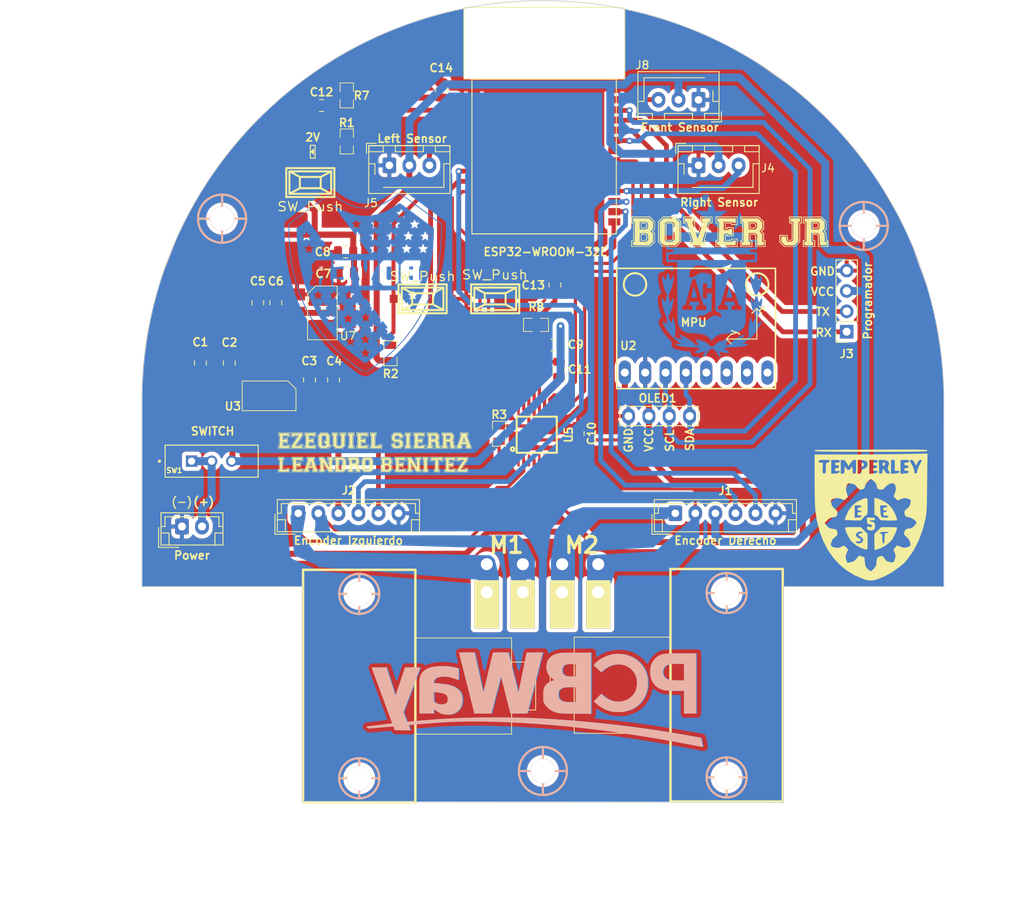
<source format=kicad_pcb>
(kicad_pcb (version 20221018) (generator pcbnew)
  (layers (0 "F.Cu" signal) (31 "B.Cu" signal) (34 "B.Paste" user) (35 "F.Paste" user) (36 "B.SilkS" user "B.Silkscreen") (37 "F.SilkS" user "F.Silkscreen") (38 "B.Mask" user) (39 "F.Mask" user) (44 "Edge.Cuts" user))
  (net 0 "")
  (net 1 "+BATT")
  (net 2 "GND")
  (net 3 "+5V")
  (net 4 "+3.3V")
  (net 5 "/EN")
  (net 6 "/BOOT")
  (net 7 "/OUT_A_MOTOR1")
  (net 8 "/OUT_B_MOTOR1")
  (net 9 "/OUT_M1_DA")
  (net 10 "/OUT_M1_DB")
  (net 11 "/OUT_A_MOTOR2")
  (net 12 "/OUT_B_MOTOR2")
  (net 13 "/OUT_M2_DA")
  (net 14 "/OUT_M2_DB")
  (net 15 "VCC")
  (net 16 "Net-(LED_ESP32-A)")
  (net 17 "/IR_IZQ")
  (net 18 "/IR_DER")
  (net 19 "/START")
  (net 20 "Net-(U5-nSLEEP)")
  (net 21 "/M2_IN1")
  (net 22 "/M2_IN2")
  (net 23 "/M1_IN2")
  (net 24 "/IR_FRONTAL")
  (net 25 "/TX")
  (net 26 "/RX")
  (net 27 "/M1_IN1")
  (net 31 "/SCL")
  (net 32 "/SDA")
  (net 35 "/INT_MPU6050")
  (net 36 "/NFAULT")
  (net 37 "Net-(U5-VCP)")
  (footprint "EESTN5:R_0805" (layer "F.Cu") (at 149.175 70.25 180)
    (fp_text reference "R8")
    (fp_text value "1OK" hide)
  )
  (footprint "EESTN5:R_0805" (layer "F.Cu") (at 131 73.75 -90)
    (fp_text reference "R2")
    (fp_text value "10K" hide)
  )
  (footprint "Capacitor_SMD:C_0805_2012Metric" (layer "F.Cu") (at 137.35 40.95 90)
    (fp_text reference "C14")
    (fp_text value "100nF")
  )
  (footprint "Capacitor_SMD:C_0805_2012Metric" (layer "F.Cu") (at 125.5 63.75 180)
    (fp_text reference "C7")
    (fp_text value "100nF")
  )
  (footprint "Connector_JST:JST_EH_B6B-EH-A_1x06_P2.50mm_Vertical" (layer "F.Cu") (at 166.5 93.75)
    (fp_text reference "J1")
    (fp_text value "Encoder Derecho")
  )
  (footprint "Connector_JST:JST_EH_B2B-EH-A_1x02_P2.50mm_Vertical" (layer "F.Cu") (at 105 95.4)
    (fp_text reference "J10" hide)
    (fp_text value "7.4v" hide)
  )
  (footprint "EESTN5:logo_pcbway" (layer "F.Cu") (at 148.084745 117.078983)
    (fp_text reference "G14" hide)
    (fp_text value "LOGO" hide)
  )
  (footprint "EESTN5:Pololu_Micro_Con_Soporte_Simple" (layer "F.Cu") (at 127.1 115.3 -90)
    (fp_text reference "H2" hide)
    (fp_text value "Soporte_Motor_DER" hide)
  )
  (footprint "EESTN5:EESTN5" (layer "F.Cu") (at 190.9 93.95)
    (fp_text reference "G1" hide)
    (fp_text value "LOGO_EESTN5_2" hide)
  )
  (footprint "EESTN5:Leandro" (layer "F.Cu") (at 129.1 87.75)
    (fp_text reference "G10" hide)
    (fp_text value "LOGO" hide)
  )
  (footprint "EESTN5:hole_3mm" (layer "F.Cu") (at 110 57)
    (fp_text reference "H5" hide)
    (fp_text value "Mounting_Hole" hide)
  )
  (footprint "EESTN5:Led_0805" (layer "F.Cu") (at 121.3 48.65 180)
    (fp_text reference "LED_ESP32" hide)
    (fp_text value "2V")
  )
  (footprint "Capacitor_SMD:C_0805_2012Metric" (layer "F.Cu") (at 120.9 77.1 -90)
    (fp_text reference "C3")
    (fp_text value "100nF")
  )
  (footprint "EESTN5:Cable_Doble_1,5mm" (layer "F.Cu") (at 147.5 103.6)
    (fp_text reference "J11" hide)
    (fp_text value "Cable_PAD" hide)
  )
  (footprint "Connector_PinSocket_2.54mm:PinSocket_1x04_P2.54mm_Vertical" (layer "F.Cu") (at 187.875 71.1 180)
    (fp_text reference "J3")
    (fp_text value "Programador")
  )
  (footprint "Capacitor_SMD:C_0805_2012Metric" (layer "F.Cu") (at 116.7 67.5 90)
    (fp_text reference "C6")
    (fp_text value "100nF")
  )
  (footprint "EESTN5:Pulsador_SMD_2_BAJO" (layer "F.Cu") (at 135 67 180)
    (fp_text reference "SW_START1" hide)
    (fp_text value "SW_Push")
  )
  (footprint "EESTN5:Pulsador_SMD_2_BAJO" (layer "F.Cu") (at 144.05 67)
    (fp_text reference "SW_BOOT1" hide)
    (fp_text value "SW_Push")
  )
  (footprint "EESTN5:Cable_Doble_1,5mm" (layer "F.Cu") (at 156.9 103.6)
    (fp_text reference "J7" hide)
    (fp_text value "Cable_PAD" hide)
  )
  (footprint "Capacitor_SMD:C_0805_2012Metric" (layer "F.Cu") (at 125.4 61.15 180)
    (fp_text reference "C8")
    (fp_text value "10uF")
  )
  (footprint "Connector_JST:JST_XH_B3B-XH-AM_1x03_P2.50mm_Vertical" (layer "F.Cu") (at 169.4 42.175 180)
    (fp_text reference "J8")
    (fp_text value "Distancia_Frontal" hide)
  )
  (footprint "Connector_JST:JST_XH_B3B-XH-AM_1x03_P2.50mm_Vertical" (layer "F.Cu") (at 169.4 50.35)
    (fp_text reference "J4")
    (fp_text value "Distancia_Der" hide)
  )
  (footprint "EESTN5:128x64OLED" (layer "F.Cu") (at 164.29 92.225)
    (fp_text reference "OLED1")
    (fp_text value "SSD1306-SSD1306-128x64_OLED" hide)
  )
  (footprint "Package_TO_SOT_SMD:SOT-223-3_TabPin2" (layer "F.Cu") (at 122.5 68.75)
    (fp_text reference "U7")
    (fp_text value "AMS1117-3.3")
  )
  (footprint "EESTN5:AFA_BCU_filks" (layer "F.Cu") (at 171 64.5)
    (fp_text reference "G3" hide)
    (fp_text value "LOGO" hide)
  )
  (footprint "Connector_JST:JST_XH_B3B-XH-AM_1x03_P2.50mm_Vertical" (layer "F.Cu") (at 130.85 50.35)
    (fp_text reference "J5")
    (fp_text value "Distancia_Izq" hide)
  )
  (footprint "Capacitor_SMD:C_0805_2012Metric" (layer "F.Cu") (at 151.5 65.275 -90)
    (fp_text reference "C13")
    (fp_text value "1nf")
  )
  (footprint "EESTN5:Cable_Doble_1,5mm" (layer "F.Cu") (at 152.4 103.6)
    (fp_text reference "J6" hide)
    (fp_text value "Cable_PAD" hide)
  )
  (footprint "Capacitor_SMD:C_0805_2012Metric" (layer "F.Cu") (at 151.25 72.75)
    (fp_text reference "C9")
    (fp_text value "10uF")
  )
  (footprint "EESTN5:HTSSOP-16" (layer "F.Cu") (at 149.23 83.953)
    (fp_text reference "U5")
    (fp_text value "DRV8833" hide)
  )
  (footprint "EESTN5:Pololu_Micro_Con_Soporte_Simple" (layer "F.Cu") (at 172.9 115.2 90)
    (fp_text reference "H1" hide)
    (fp_text value "Soporte_Motor_IZQ" hide)
  )
  (footprint "Capacitor_SMD:C_0805_2012Metric" (layer "F.Cu") (at 154.4 83.8 -90)
    (fp_text reference "C10")
    (fp_text value "2,2uF")
  )
  (footprint "EESTN5:R_0805" (layer "F.Cu") (at 125.55 41.65 90)
    (fp_text reference "R7")
    (fp_text value "10K" hide)
  )
  (footprint "EESTN5:SW_MINI-SPDT-SW" (layer "F.Cu") (at 108.7 87.25)
    (fp_text reference "SW1")
    (fp_text value "SW_SPDT" hide)
  )
  (footprint "Capacitor_SMD:C_0805_2012Metric" (layer "F.Cu") (at 152 75.8 -90)
    (fp_text reference "C11")
    (fp_text value "10nF")
  )
  (footprint "EESTN5:Pulsador_SMD_2_BAJO" (layer "F.Cu") (at 121 52.5)
    (fp_text reference "SW_EN1" hide)
    (fp_text value "SW_Push")
  )
  (footprint "Footprints:MPU-6050" (layer "F.Cu") (at 160.21 76.2 90)
    (fp_text reference "U2")
    (fp_text value "MPU")
  )
  (footprint "EESTN5:BOVER_NAME" (layer "F.Cu") (at 173.376154 59.094049)
    (fp_text reference "G6" hide)
    (fp_text value "LOGO" hide)
  )
  (footprint "EESTN5:R_0805" (layer "F.Cu") (at 144.54 83.81 -90)
    (fp_text reference "R3")
    (fp_text value "47K" hide)
  )
  (footprint "EESTN5:Bover_Huella_BCU_SOLK" (layer "F.Cu") (at 128 64.5)
    (fp_text reference "G2" hide)
    (fp_text value "LOGO" hide)
  )
  (footprint "Package_TO_SOT_SMD:SOT-223-3_TabPin2" (layer "F.Cu") (at 115.862 79.097 -90)
    (fp_text reference "U3")
    (fp_text value "AMS1117-5.0")
  )
  (footprint "EESTN5:R_0805" (layer "F.Cu") (at 125.55 47.4 90)
    (fp_text reference "R1")
    (fp_text value "470" hide)
  )
  (footprint "EESTN5:ezequiel" (layer "F.Cu") (at 129.13798 84.757402)
    (fp_text reference "G11" hide)
    (fp_text value "LOGO" hide)
  )
  (footprint "Capacitor_SMD:C_0805_2012Metric" (layer "F.Cu") (at 107.3 75 90)
    (fp_text reference "C1")
    (fp_text value "10uF")
  )
  (footprint "Capacitor_SMD:C_0805_2012Metric" (layer "F.Cu") (at 114.45 67.5 90)
    (fp_text reference "C5")
    (fp_text value "10uF")
  )
  (footprint "EESTN5:ESP32-WROOM-32E" (layer "F.Cu") (at 150.15 49.145)
    (fp_text reference "U1" hide)
    (fp_text value "ESP32-WROOM-32E")
  )
  (footprint "Capacitor_SMD:C_0805_2012Metric" (layer "F.Cu") (at 123.9 77.1 90)
    (fp_text reference "C4")
    (fp_text value "10uF")
  )
  (footprint "EESTN5:hole_3mm" (layer "F.Cu") (at 150 125.9)
    (fp_text reference "H3" hide)
    (fp_text value "Mounting_Hole" hide)
  )
  (footprint "Capacitor_SMD:C_0805_2012Metric" (layer "F.Cu") (at 110.9 75 90)
    (fp_text reference "C2")
    (fp_text value "100nF")
  )
  (footprint "Connector_JST:JST_EH_B6B-EH-A_1x06_P2.50mm_Vertical" (layer "F.Cu") (at 119.5 93.75)
    (fp_text reference "J2")
    (fp_text value "Encoder Izquierdo")
  )
  (footprint "Capacitor_SMD:C_0805_2012Metric" (layer "F.Cu") (at 122.4 42.9)
    (fp_text reference "C12")
    (fp_text value "1nf")
  )
  (footprint "EESTN5:hole_3mm" (layer "F.Cu") (at 190 57.9)
    (fp_text reference "H4" hide)
    (fp_text value "Mounting_Hole" hide)
  )
  (footprint "EESTN5:Cable_Doble_1,5mm" (layer "B.Cu") (at 143 103.6 180)
    (fp_text reference "J9" hide)
    (fp_text value "Cable_PAD" hide)
  )
  (gr_arc (start 100 79.8) (mid 150 29.8) (end 200 79.8) (stroke (width 0.1)) (layer "Edge.Cuts"))
  (gr_line (start 120 129.75) (end 120 102.9) (stroke (width 0.1)) (layer "Edge.Cuts"))
  (gr_line (start 180 102.9) (end 200 102.9) (stroke (width 0.1)) (layer "Edge.Cuts"))
  (gr_line (start 180 129.8) (end 180 102.9) (stroke (width 0.1)) (layer "Edge.Cuts"))
  (gr_line (start 120 102.9) (end 100 102.9) (stroke (width 0.1)) (layer "Edge.Cuts"))
  (gr_line (start 100 102.9) (end 100 79.8) (stroke (width 0.1)) (layer "Edge.Cuts"))
  (gr_line (start 200 102.9) (end 200 79.8) (stroke (width 0.1)) (layer "Edge.Cuts"))
  (gr_line (start 120 129.75) (end 180 129.8) (stroke (width 0.1)) (layer "Edge.Cuts"))
  (gr_text "(-)" (at 103.6 92.9) (layer "F.SilkS") (effects (font (size 1 1)) (justify left bottom)))
  (gr_text "SDA" (at 168.9 86.1 90) (layer "F.SilkS") (effects (font (size 1 1) (thickness 0.2) bold) (justify left bottom)))
  (gr_text "Front Sensor\n" (at 162.1 46.2) (layer "F.SilkS") (effects (font (size 1 1) (thickness 0.2) bold) (justify left bottom)))
  (gr_text "TX" (at 183.9 69.2) (layer "F.SilkS") (effects (font (size 1 1) (thickness 0.2) bold) (justify left bottom)))
  (gr_text "(+)" (at 106.3 92.9) (layer "F.SilkS") (effects (font (size 1 1) (thickness 0.2) bold) (justify left bottom)))
  (gr_text "Right Sensor" (at 167 55.55) (layer "F.SilkS") (effects (font (size 1 1) (thickness 0.2) bold) (justify left bottom)))
  (gr_text "RX" (at 183.9 71.8) (layer "F.SilkS") (effects (font (size 1 1) (thickness 0.2) bold) (justify left bottom)))
  (gr_text "VCC" (at 163.8 86.2 90) (layer "F.SilkS") (effects (font (size 1 1) (thickness 0.2) bold) (justify left bottom)))
  (gr_text "M1" (at 143.1 98.9) (layer "F.SilkS") (effects (font (size 2 2) (thickness 0.4) bold) (justify left bottom)))
  (gr_text "Left Sensor \n" (at 129.25 47.6) (layer "F.SilkS") (effects (font (size 1 1) (thickness 0.2) bold) (justify left bottom)))
  (gr_text "SCL" (at 166.4 86.2 90) (layer "F.SilkS") (effects (font (size 1 1) (thickness 0.2) bold) (justify left bottom)))
  (gr_text "GND" (at 161.26 86.3 90) (layer "F.SilkS") (effects (font (size 1 1) (thickness 0.2) bold) (justify left bottom)))
  (gr_text "VCC" (at 183.3 66.7) (layer "F.SilkS") (effects (font (size 1 1) (thickness 0.2) bold) (justify left bottom)))
  (gr_text "SWITCH" (at 106 84.1) (layer "F.SilkS") (effects (font (size 1 1) (thickness 0.2) bold) (justify left bottom)))
  (gr_text "M2" (at 152.5 98.9) (layer "F.SilkS") (effects (font (size 2 2) (thickness 0.4) bold) (justify left bottom)))
  (gr_text "GND" (at 183.2 64.16) (layer "F.SilkS") (effects (font (size 1 1) (thickness 0.2) bold) (justify left bottom)))
  (segment (start 107.5 93.1) (end 108.7 91.9) (width 1) (layer "B.Cu") (net 1))
  (segment (start 108.7 91.9) (end 108.7 87.25) (width 1) (layer "B.Cu") (net 1))
  (segment (start 107.5 95.4) (end 107.5 93.1) (width 1) (layer "B.Cu") (net 1))
  (segment (start 108.7 87.25) (end 106.16 87.25) (width 1) (layer "B.Cu") (net 1))
  (segment (start 139.82 40.92) (end 138.9 40) (width 0.4) (layer "F.Cu") (net 2))
  (segment (start 148.905 75.345) (end 150.29 73.96) (width 0.4) (layer "F.Cu") (net 2))
  (segment (start 158.4 81.6) (end 160.68 81.6) (width 0.4) (layer "F.Cu") (net 2))
  (segment (start 149.95 72.8) (end 149.95 72.25) (width 0.4) (layer "F.Cu") (net 2))
  (segment (start 138.9 40) (end 137.35 40) (width 0.4) (layer "F.Cu") (net 2))
  (segment (start 148.905 80.753) (end 148.905 75.345) (width 0.4) (layer "F.Cu") (net 2))
  (segment (start 150.29 72.76) (end 150.3 72.75) (width 0.4) (layer "F.Cu") (net 2))
  (segment (start 141.4 40.92) (end 139.82 40.92) (width 0.4) (layer "F.Cu") (net 2))
  (segment (start 148.905 80.753) (end 148.905 82.355) (width 0.4) (layer "F.Cu") (net 2))
  (segment (start 150.29 73.96) (end 150.29 72.76) (width 0.4) (layer "F.Cu") (net 2))
  (segment (start 148.905 82.355) (end 149.35 82.8) (width 0.4) (layer "F.Cu") (net 2))
  (segment (start 149.35 82.8) (end 157.2 82.8) (width 0.4) (layer "F.Cu") (net 2))
  (segment (start 157.2 82.8) (end 158.4 81.6) (width 0.4) (layer "F.Cu") (net 2))
  (segment (start 129.5525 74.7025) (end 129.275 74.425) (width 0.75) (layer "F.Cu") (net 3))
  (segment (start 123.6 80.9) (end 120.8 80.9) (width 0.75) (layer "F.Cu") (net 3))
  (segment (start 123.95 78) (end 129.5 78) (width 0.75) (layer "F.Cu") (net 3))
  (segment (start 115.862 82.247) (end 119.453 82.247) (width 0.75) (layer "F.Cu") (net 3))
  (segment (start 129.275 74.425) (end 129.275 57.125) (width 0.75) (layer "F.Cu") (net 3))
  (segment (start 119.453 82.247) (end 120.6 81.1) (width 0.75) (layer "F.Cu") (net 3))
  (segment (start 123.9 78.05) (end 123.95 78) (width 0.75) (layer "F.Cu") (net 3))
  (segment (start 131 76.5) (end 131 74.7025) (width 0.75) (layer "F.Cu") (net 3))
  (segment (start 129.5 78) (end 131 76.5) (width 0.75) (layer "F.Cu") (net 3))
  (segment (start 120.86 78.09) (end 120.9 78.05) (width 0.75) (layer "F.Cu") (net 3))
  (segment (start 124.5 93.75) (end 124.5 81.8) (width 0.75) (layer "F.Cu") (net 3))
  (segment (start 120.6 81.1) (end 120.86 80.84) (width 0.75) (layer "F.Cu") (net 3))
  (segment (start 131 74.7025) (end 129.5525 74.7025) (width 0.75) (layer "F.Cu") (net 3))
  (segment (start 115.862 75.947) (end 115.862 82.247) (width 0.75) (layer "F.Cu") (net 3))
  (segment (start 133.35 53.05) (end 133.35 50.35) (width 0.75) (layer "F.Cu") (net 3))
  (segment (start 120.8 80.9) (end 120.6 81.1) (width 0.75) (layer "F.Cu") (net 3))
  (segment (start 129.275 57.125) (end 133.35 53.05) (width 0.75) (layer "F.Cu") (net 3))
  (segment (start 124.5 81.8) (end 123.6 80.9) (width 0.75) (layer "F.Cu") (net 3))
  (segment (start 120.9 78.05) (end 123.9 78.05) (width 0.75) (layer "F.Cu") (net 3))
  (segment (start 120.86 80.84) (end 120.86 78.09) (width 0.75) (layer "F.Cu") (net 3))
  (segment (start 133.35 44.75) (end 137.823946 40.276054) (width 1) (layer "B.Cu") (net 3))
  (segment (start 158.5 40.276054) (end 158.4 40.376054) (width 1) (layer "B.Cu") (net 3))
  (segment (start 190.22 66.02) (end 190.22 88.78) (width 1) (layer "B.Cu") (net 3))
  (segment (start 133.35 50.35) (end 133.35 44.75) (width 1) (layer "B.Cu") (net 3))
  (segment (start 159.8 48.9) (end 166.1 48.9) (width 1) (layer "B.Cu") (net 3))
  (segment (start 185.2 60.4) (end 185.2 50.1) (width 1) (layer "B.Cu") (net 3))
  (segment (start 158.4 47.5) (end 159.8 48.9) (width 1) (layer "B.Cu") (net 3))
  (segment (start 174.5 39.4) (end 166.8 39.4) (width 1) (layer "B.Cu") (net 3))
  (segment (start 166.8 39.4) (end 161.052108 39.4) (width 1) (layer "B.Cu") (net 3))
  (segment (start 187.875 66.02) (end 190.22 66.02) (width 1) (layer "B.Cu") (net 3))
  (segment (start 190.22 88.78) (end 181.7 97.3) (width 1) (layer "B.Cu") (net 3))
  (segment (start 171.9 48.4) (end 171.9 50.35) (width 1) (layer "B.Cu") (net 3))
  (segment (start 189.2 60.9) (end 185.7 60.9) (width 1) (layer "B.Cu") (net 3))
  (segment (start 185.7 60.9) (end 185.2 60.4) (width 1) (layer "B.Cu") (net 3))
  (segment (start 137.823946 40.276054) (end 160.176054 40.276054) (width 1) (layer "B.Cu") (net 3))
  (segment (start 171.5 48) (end 171.9 48.4) (width 1) (layer "B.Cu") (net 3))
  (segment (start 185.2 50.1) (end 174.5 39.4) (width 1) (layer "B.Cu") (net 3))
  (segment (start 171.5 96.5) (end 171.5 93.75) (width 1) (layer "B.Cu") (net 3))
  (segment (start 160.176054 40.276054) (end 158.5 40.276054) (width 1) (layer "B.Cu") (net 3))
  (segment (start 190.22 66.02) (end 190.22 61.92) (width 1) (layer "B.Cu") (net 3))
  (segment (start 158.4 40.376054) (end 158.4 47.5) (width 1) (layer "B.Cu") (net 3))
  (segment (start 166.8 39.4) (end 166.9 39.5) (width 1) (layer "B.Cu") (net 3))
  (segment (start 172.3 97.3) (end 171.5 96.5) (width 1) (layer "B.Cu") (net 3))
  (segment (start 166.1 48.9) (end 167 48) (width 1) (layer "B.Cu") (net 3))
  (segment (start 181.7 97.3) (end 172.3 97.3) (width 1) (layer "B.Cu") (net 3))
  (segment (start 190.22 61.92) (end 189.2 60.9) (width 1) (layer "B.Cu") (net 3))
  (segment (start 167 48) (end 171.5 48) (width 1) (layer "B.Cu") (net 3))
  (segment (start 161.052108 39.4) (end 160.176054 40.276054) (width 1) (layer "B.Cu") (net 3))
  (segment (start 166.9 39.5) (end 166.9 42.175) (width 1) (layer "B.Cu") (net 3))
  (segment (start 127.2475 40.6975) (end 128.45 41.9) (width 0.75) (layer "F.Cu") (net 4))
  (segment (start 103.6 98.8) (end 140.4 98.8) (width 0.75) (layer "F.Cu") (net 4))
  (segment (start 126.45 63.75) (end 126.45 61.25) (width 0.75) (layer "F.Cu") (net 4))
  (segment (start 148.255 83.255) (end 149.6 84.6) (width 0.4) (layer "F.Cu") (net 4))
  (segment (start 148.2125 82.8575) (end 148.255 82.9) (width 0.4) (layer "F.Cu") (net 4))
  (segment (start 154.8 96.05) (end 156.1 97.35) (width 0.75) (layer "F.Cu") (net 4))
  (segment (start 144.54 82.8575) (end 148.2125 82.8575) (width 0.4) (layer "F.Cu") (net 4))
  (segment (start 126.35 59) (end 121.35 59) (width 0.75) (layer "F.Cu") (net 4))
  (segment (start 148.255 80.753) (end 148.255 83.255) (width 0.4) (layer "F.Cu") (net 4))
  (segment (start 114.2 47.5) (end 121.0025 40.6975) (width 0.75) (layer "F.Cu") (net 4))
  (segment (start 148.255 80.753) (end 148.255 75.505) (width 0.4) (layer "F.Cu") (net 4))
  (segment (start 143.15 96.05) (end 154.8 96.05) (width 0.75) (layer "F.Cu") (net 4))
  (segment (start 156.1 97.35) (end 181.65 97.35) (width 0.75) (layer "F.Cu") (net 4))
  (segment (start 163.22 86.82) (end 163.22 84.97) (width 0.75) (layer "F.Cu") (net 4))
  (segment (start 182.4 90.9) (end 181.2 89.7) (width 0.75) (layer "F.Cu") (net 4))
  (segment (start 162.85 79.95) (end 160.8 79.95) (width 0.75) (layer "F.Cu") (net 4))
  (segment (start 126.5 65.375) (end 126.5 63.8) (width 0.75) (layer "F.Cu") (net 4))
  (segment (start 166.1 89.7) (end 163.22 86.82) (width 0.75) (layer "F.Cu") (net 4))
  (segment (start 121.0025 40.6975) (end 127.2475 40.6975) (width 0.75) (layer "F.Cu") (net 4))
  (segment (start 148.255 82.9) (end 148.255 83.255) (width 0.4) (layer "F.Cu") (net 4))
  (segment (start 160.21 79.36) (end 160.21 76.2) (width 0.75) (layer "F.Cu") (net 4))
  (segment (start 148.25 75.5) (end 148.25 70.2775) (width 0.4) (layer "F.Cu") (net 4))
  (segment (start 181.65 97.35) (end 182.4 96.6) (width 0.75) (layer "F.Cu") (net 4))
  (segment (start 163.22 84.97) (end 163.22 80.32) (width 0.75) (layer "F.Cu") (net 4))
  (segment (start 121.35 59) (end 121.55 58.8) (width 0.75) (layer "F.Cu") (net 4))
  (segment (start 137.35 41.9) (end 139.15 41.9) (width 0.75) (layer "F.Cu") (net 4))
  (segment (start 149.6 84.6) (end 163.22 84.6) (width 0.4) (layer "F.Cu") (net 4))
  (segment (start 126.35 61.15) (end 126.35 59) (width 0.75) (layer "F.Cu") (net 4))
  (segment (start 163.22 84.6) (end 163.22 84.97) (width 0.4) (layer "F.Cu") (net 4))
  (segment (start 160.8 79.95) (end 160.21 79.36) (width 0.75) (layer "F.Cu") (net 4))
  (segment (start 121.55 58.8) (end 121.55 56.05) (width 0.75) (layer "F.Cu") (net 4))
  (segment (start 126.45 61.25) (end 126.35 61.15) (width 0.75) (layer "F.Cu") (net 4))
  (segment (start 163.22 80.32) (end 162.85 79.95) (width 0.75) (layer "F.Cu") (net 4))
  (segment (start 139.44 42.19) (end 141.4 42.19) (width 0.75) (layer "F.Cu") (net 4))
  (segment (start 126.5 63.8) (end 126.45 63.75) (width 0.75) (layer "F.Cu") (net 4))
  (segment (start 102.05 73.2) (end 102.05 97.25) (width 0.75) (layer "F.Cu") (net 4))
  (segment (start 114.2 54.05) (end 114.2 47.5) (width 0.75) (layer "F.Cu") (net 4))
  (segment (start 139.15 41.9) (end 139.44 42.19) (width 0.75) (layer "F.Cu") (net 4))
  (segment (start 120.7 55.2) (end 115.35 55.2) (width 0.75) (layer "F.Cu") (net 4))
  (segment (start 140.4 98.8) (end 143.15 96.05) (width 0.75) (layer "F.Cu") (net 4))
  (segment (start 125.65 66.225) (end 126.5 65.375) (width 0.75) (layer "F.Cu") (net 4))
  (segment (start 121.55 56.05) (end 120.7 55.2) (width 0.75) (layer "F.Cu") (net 4))
  (segment (start 148.25 70.2775) (end 148.2225 70.25) (width 0.4) (layer "F.Cu") (net 4))
  (segment (start 125.65 68.75) (end 119.35 68.75) (width 0.75) (layer "F.Cu") (net 4))
  (segment (start 116.25 59) (end 102.05 73.2) (width 0.75) (layer "F.Cu") (net 4))
  (segment (start 102.05 97.25) (end 103.6 98.8) (width 0.75) (layer "F.Cu") (net 4))
  (segment (start 125.65 68.75) (end 125.65 66.225) (width 0.75) (layer "F.Cu") (net 4))
  (segment (start 181.2 89.7) (end 166.1 89.7) (width 0.75) (layer "F.Cu") (net 4))
  (segment (start 126.35 59) (end 116.25 59) (width 0.75) (layer "F.Cu") (net 4))
  (segment (start 128.45 41.9) (end 137.35 41.9) (width 0.75) (layer "F.Cu") (net 4))
  (segment (start 115.35 55.2) (end 114.2 54.05) (width 0.75) (layer "F.Cu") (net 4))
  (segment (start 182.4 96.6) (end 182.4 90.9) (width 0.75) (layer "F.Cu") (net 4))
  (segment (start 148.255 75.505) (end 148.25 75.5) (width 0.4) (layer "F.Cu") (net 4))
  (segment (start 128.125 43.475) (end 127.2525 42.6025) (width 0.6) (layer "F.Cu") (net 5))
  (segment (start 141.4 43.46) (end 141.385 43.475) (width 0.6) (layer "F.Cu") (net 5))
  (segment (start 124.1475 46.4475) (end 127.4475 46.4475) (width 0.6) (layer "F.Cu") (net 5))
  (segment (start 123.35 42.9) (end 123.35 45.65) (width 0.6) (layer "F.Cu") (net 5))
  (segment (start 141.385 43.475) (end 128.125 43.475) (width 0.6) (layer "F.Cu") (net 5))
  (segment (start 127.6875 51.8125) (end 127 52.5) (width 0.6) (layer "F.Cu") (net 5))
  (segment (start 127 52.5) (end 124.59918 52.5) (width 0.6) (layer "F.Cu") (net 5))
  (segment (start 127.4475 46.4475) (end 127.6875 46.6875) (width 0.6) (layer "F.Cu") (net 5))
  (segment (start 127.2525 42.6025) (end 123.6475 42.6025) (width 0.6) (layer "F.Cu") (net 5))
  (segment (start 123.35 45.65) (end 124.1475 46.4475) (width 0.6) (layer "F.Cu") (net 5))
  (segment (start 127.6875 46.6875) (end 127.6875 51.8125) (width 0.6) (layer "F.Cu") (net 5))
  (segment (start 123.6475 42.6025) (end 123.35 42.9) (width 0.6) (layer "F.Cu") (net 5))
  (segment (start 151.5 66.225) (end 149.775 66.225) (width 0.6) (layer "F.Cu") (net 6))
  (segment (start 150.1 70.2225) (end 150.1 68.675) (width 0.6) (layer "F.Cu") (net 6))
  (segment (start 158.85 60.5) (end 157.95 61.4) (width 0.6) (layer "F.Cu") (net 6))
  (segment (start 150.1275 70.25) (end 150.1 70.2225) (width 0.6) (layer "F.Cu") (net 6))
  (segment (start 149 67) (end 147.64918 67) (width 0.6) (layer "F.Cu") (net 6))
  (segment (start 158.9 57.43) (end 158.85 57.48) (width 0.6) (layer "F.Cu") (net 6))
  (segment (start 152.555 66.225) (end 151.5 66.225) (width 0.6) (layer "F.Cu") (net 6))
  (segment (start 149.775 66.225) (end 149 67) (width 0.6) (layer "F.Cu") (net 6))
  (segment (start 158.85 57.48) (end 158.85 60.5) (width 0.6) (layer "F.Cu") (net 6))
  (segment (start 153.11 65.67) (end 152.555 66.225) (width 0.6) (layer "F.Cu") (net 6))
  (segment (start 157.95 61.4) (end 153.71 61.4) (width 0.6) (layer "F.Cu") (net 6))
  (segment (start 150.1 68.675) (end 151.5 67.275) (width 0.6) (layer "F.Cu") (net 6))
  (segment (start 153.11 62) (end 153.11 65.67) (width 0.6) (layer "F.Cu") (net 6))
  (segment (start 153.71 61.4) (end 153.11 62) (width 0.6) (layer "F.Cu") (net 6))
  (segment (start 151.5 67.275) (end 151.5 66.225) (width 0.6) (layer "F.Cu") (net 6))
  (segment (start 149.555 90.155) (end 153.15 93.75) (width 0.4) (layer "F.Cu") (net 7))
  (segment (start 153.15 93.75) (end 166.5 93.75) (width 0.4) (layer "F.Cu") (net 7))
  (segment (start 149.555 87.153) (end 149.555 90.155) (width 0.4) (layer "F.Cu") (net 7))
  (segment (start 152.4 103.6) (end 152.2 103.8) (width 0.75) (layer "B.Cu") (net 7))
  (segment (start 152.41 96.99) (end 152.41 103.59) (width 0.75) (layer "B.Cu") (net 7))
  (segment (start 166.5 93.75) (end 166.45 93.8) (width 0.75) (layer "B.Cu") (net 7))
  (segment (start 166.45 93.8) (end 155.6 93.8) (width 0.75) (layer "B.Cu") (net 7))
  (segment (start 155.6 93.8) (end 152.41 96.99) (width 0.75) (layer "B.Cu") (net 7))
  (segment (start 152.41 103.59) (end 152.4 103.6) (width 0.75) (layer "B.Cu") (net 7))
  (segment (start 168.4 91.6) (end 152.5 91.6) (width 0.4) (layer "F.Cu") (net 8))
  (segment (start 150.855 89.955) (end 150.855 87.153) (width 0.4) (layer "F.Cu") (net 8))
  (segment (start 152.5 91.6) (end 150.855 89.955) (width 0.4) (layer "F.Cu") (net 8))
  (segment (start 169 92.2) (end 168.4 91.6) (width 0.4) (layer "F.Cu") (net 8))
  (segment (start 169 93.75) (end 169 92.2) (width 0.4) (layer "F.Cu") (net 8))
  (segment (start 156.9 100.6) (end 157.1 100.4) (width 0.75) (layer "B.Cu") (net 8))
  (segment (start 169 97.7) (end 169 93.75) (width 0.75) (layer "B.Cu") (net 8))
  (segment (start 156.9 103.5) (end 156.9 100.6) (width 0.75) (layer "B.Cu") (net 8))
  (segment (start 166.3 100.4) (end 169 97.7) (width 0.75) (layer "B.Cu") (net 8))
  (segment (start 157.1 100.4) (end 166.3 100.4) (width 0.75) (layer "B.Cu") (net 8))
  (segment (start 157.1 103.7) (end 156.9 103.5) (width 0.75) (layer "B.Cu") (net 8))
  (segment (start 160.39 54.89) (end 158.9 54.89) (width 0.6) (layer "F.Cu") (net 9))
  (segment (start 160.4 54.9) (end 160.39 54.89) (width 0.6) (layer "F.Cu") (net 9))
  (via (at 160.4 54.9) (size 0.8) (drill 0.4) (layers "F.Cu" "B.Cu") (net 9))
  (segment (start 160.25 90.25) (end 172.5 90.25) (width 0.6) (layer "B.Cu") (net 9))
  (segment (start 172.5 90.25) (end 174 91.75) (width 0.6) (layer "B.Cu") (net 9))
  (segment (start 157.2 56.1) (end 157.2 87.2) (width 0.6) (layer "B.Cu") (net 9))
  (segment (start 174 91.75) (end 174 93.75) (width 0.6) (layer "B.Cu") (net 9))
  (segment (start 158.4 54.9) (end 157.2 56.1) (width 0.6) (layer "B.Cu") (net 9))
  (segment (start 157.2 87.2) (end 160.25 90.25) (width 0.6) (layer "B.Cu") (net 9))
  (segment (start 160.4 54.9) (end 158.4 54.9) (width 0.6) (layer "B.Cu") (net 9))
  (segment (start 160.3 56.125) (end 158.935 56.125) (width 0.6) (layer "F.Cu") (net 10))
  (segment (start 158.935 56.125) (end 158.9 56.16) (width 0.6) (layer "F.Cu") (net 10))
  (via (at 160.3 56.125) (size 0.8) (drill 0.4) (layers "F.Cu" "B.Cu") (net 10))
  (segment (start 176.5 91.5) (end 176.5 93.75) (width 0.6) (layer "B.Cu") (net 10))
  (segment (start 158.5 59.6) (end 158.5 86) (width 0.6) (layer "B.Cu") (net 10))
  (segment (start 160.3 56.125) (end 160.3 57.8) (width 0.6) (layer "B.Cu") (net 10))
  (segment (start 173.75 88.75) (end 176.5 91.5) (width 0.6) (layer "B.Cu") (net 10))
  (segment (start 158.5 86) (end 161.25 88.75) (width 0.6) (layer "B.Cu") (net 10))
  (segment (start 160.3 57.8) (end 158.5 59.6) (width 0.6) (layer "B.Cu") (net 10))
  (segment (start 161.25 88.75) (end 173.75 88.75) (width 0.6) (layer "B.Cu") (net 10))
  (segment (start 119.5 93.75) (end 119.5 96.1) (width 0.4) (layer "F.Cu") (net 11))
  (segment (start 120.625 97.225) (end 140.55 97.225) (width 0.4) (layer "F.Cu") (net 11))
  (segment (start 119.5 96.1) (end 120.625 97.225) (width 0.4) (layer "F.Cu") (net 11))
  (segment (start 148.905 88.87) (end 148.905 87.153) (width 0.4) (layer "F.Cu") (net 11))
  (segment (start 140.55 97.225) (end 148.905 88.87) (width 0.4) (layer "F.Cu") (net 11))
  (segment (start 143 103.6) (end 143 100.1) (width 0.75) (layer "B.Cu") (net 11))
  (segment (start 122.2 100.1) (end 119.5 97.4) (width 0.75) (layer "B.Cu") (net 11))
  (segment (start 143 100.1) (end 122.2 100.1) (width 0.75) (layer "B.Cu") (net 11))
  (segment (start 119.5 97.4) (end 119.5 93.75) (width 0.75) (layer "B.Cu") (net 11))
  (segment (start 144.325 90.525) (end 139.05 95.8) (width 0.4) (layer "F.Cu") (net 12))
  (segment (start 147.605 87.153) (end 147.605 88.52) (width 0.4) (layer "F.Cu") (net 12))
  (segment (start 147.605 88.52) (end 145.6 90.525) (width 0.4) (layer "F.Cu") (net 12))
  (segment (start 139.05 95.8) (end 124.05 95.8) (width 0.4) (layer "F.Cu") (net 12))
  (segment (start 124.05 95.8) (end 122 93.75) (width 0.4) (layer "F.Cu") (net 12))
  (segment (start 145.6 90.525) (end 144.325 90.525) (width 0.4) (layer "F.Cu") (net 12))
  (segment (start 147.5 98.7) (end 147.5 98.2) (width 0.75) (layer "B.Cu") (net 12))
  (segment (start 147.5 100.7) (end 147.5 98.7) (width 0.75) (layer "B.Cu") (net 12))
  (segment (start 146.6 97.3) (end 123.2 97.3) (width 0.75) (layer "B.Cu") (net 12))
  (segment (start 122 96.1) (end 122 93.75) (width 0.75) (layer "B.Cu") (net 12))
  (segment (start 122 93.75) (end 122 95.8) (width 0.4) (layer "B.Cu") (net 12))
  (segment (start 147.5 98.7) (end 147.5 103.6) (width 0.75) (layer "B.Cu") (net 12))
  (segment (start 147.5 98.2) (end 146.6 97.3) (width 0.75) (layer "B.Cu") (net 12))
  (segment (start 123.2 97.3) (end 122 96.1) (width 0.75) (layer "B.Cu") (net 12))
  (segment (start 122 95.8) (end 122.5 96.3) (width 0.4) (layer "B.Cu") (net 12))
  (segment (start 147.5 103.7) (end 147.5 100.7) (width 0.75) (layer "B.Cu") (net 12))
  (segment (start 139.5 51.1) (end 139.525 51.075) (width 0.6) (layer "F.Cu") (net 13))
  (segment (start 139.525 51.075) (end 141.395 51.075) (width 0.6) (layer "F.Cu") (net 13))
  (segment (start 141.395 51.075) (end 141.4 51.08) (width 0.6) (layer "F.Cu") (net 13))
  (via (at 139.5 51.1) (size 0.8) (drill 0.4) (layers "F.Cu" "B.Cu") (net 13))
  (segment (start 154.8 80.7) (end 154.8 68.8) (width 0.6) (layer "B.Cu") (net 13))
  (segment (start 153.8 67.8) (end 141.2 67.8) (width 0.6) (layer "B.Cu") (net 13))
  (segment (start 127.8 89.8) (end 145.7 89.8) (width 0.6) (layer "B.Cu") (net 13))
  (segment (start 154.8 68.8) (end 153.8 67.8) (width 0.6) (layer "B.Cu") (net 13))
  (segment (start 139.5 66.1) (end 139.5 51.1) (width 0.6) (layer "B.Cu") (net 13))
  (segment (start 145.7 89.8) (end 154.8 80.7) (width 0.6) (layer "B.Cu") (net 13))
  (segment (start 141.2 67.8) (end 139.5 66.1) (width 0.6) (layer "B.Cu") (net 13))
  (segment (start 127 90.6) (end 127.8 89.8) (width 0.6) (layer "B.Cu") (net 13))
  (segment (start 127 93.75) (end 127 90.6) (width 0.6) (layer "B.Cu") (net 13))
  (segment (start 129.5 82.5) (end 136 76) (width 0.6) (layer "F.Cu") (net 14))
  (segment (start 136 55.8) (end 139.45 52.35) (width 0.6) (layer "F.Cu") (net 14))
  (segment (start 129.5 93.75) (end 129.5 82.5) (width 0.6) (layer "F.Cu") (net 14))
  (segment (start 136 76) (end 136 55.8) (width 0.6) (layer "F.Cu") (net 14))
  (segment (start 139.45 52.35) (end 141.4 52.35) (width 0.6) (layer "F.Cu") (net 14))
  (segment (start 113.562 75.947) (end 110.903 75.947) (width 0.75) (layer "F.Cu") (net 15))
  (segment (start 152 74.85) (end 152 72.95) (width 0.4) (layer "F.Cu") (net 15))
  (segment (start 113.562 71.388) (end 113.9 71.05) (width 0.75) (layer "F.Cu") (net 15))
  (segment (start 111.3 87.19) (end 111.24 87.25) (width 0.75) (layer "F.Cu") (net 15))
  (segment (start 150.9 74.85) (end 152 74.85) (width 0.4) (layer "F.Cu") (net 15))
  (segment (start 152.2 70.4) (end 152.2 72.75) (width 0.75) (layer "F.Cu") (net 15))
  (segment (start 152 72.95) (end 152.2 72.75) (width 0.4) (layer "F.Cu") (net 15))
  (segment (start 107.3 75.95) (end 107.3 80.7) (width 0.75) (layer "F.Cu") (net 15))
  (segment (start 114.5 71.05) (end 119.35 71.05) (width 0.75) (layer "F.Cu") (net 15))
  (segment (start 149.95 77.4) (end 149.95 75.8) (width 0.4) (layer "F.Cu") (net 15))
  (segment (start 113.562 71.388) (end 113.562 75.947) (width 0.75) (layer "F.Cu") (net 15))
  (segment (start 149.95 75.8) (end 150.9 74.85) (width 0.4) (layer "F.Cu") (net 15))
  (segment (start 111.3 84.7) (end 111.3 87.19) (width 0.75) (layer "F.Cu") (net 15))
  (segment (start 152 74.85) (end 151.75 74.85) (width 0.4) (layer "F.Cu") (net 15))
  (segment (start 149.555 77.795) (end 149.95 77.4) (width 0.4) (layer "F.Cu") (net 15))
  (segment (start 114.45 68.45) (end 116.7 68.45) (width 0.75) (layer "F.Cu") (net 15))
  (segment (start 113.9 71.05) (end 114.5 71.05) (width 0.75) (layer "F.Cu") (net 15))
  (segment (start 114.5 71.05) (end 114.5 68.5) (width 0.75) (layer "F.Cu") (net 15))
  (segment (start 107.3 80.7) (end 111.3 84.7) (width 0.75) (layer "F.Cu") (net 15))
  (segment (start 149.555 80.753) (end 149.555 77.795) (width 0.4) (layer "F.Cu") (net 15))
  (segment (start 114.5 68.5) (end 114.45 68.45) (width 0.75) (layer "F.Cu") (net 15))
  (segment (start 110.9 75.95) (end 107.3 75.95) (width 0.75) (layer "F.Cu") (net 15))
  (segment (start 110.903 75.947) (end 110.9 75.95) (width 0.75) (layer "F.Cu") (net 15))
  (via (at 152.2 70.4) (size 0.8) (drill 0.4) (layers "F.Cu" "B.Cu") (net 15))
  (segment (start 152.2 70.4) (end 152.2 76.95) (width 1) (layer "B.Cu") (net 15))
  (segment (start 152.2 76.95) (end 150.1 79.05) (width 1) (layer "B.Cu") (net 15))
  (segment (start 150.1 79.05) (end 150.1 79.1) (width 1) (layer "B.Cu") (net 15))
  (segment (start 150.1 79.1) (end 141.95 87.25) (width 1) (layer "B.Cu") (net 15))
  (segment (start 141.95 87.25) (end 111.24 87.25) (width 1) (layer "B.Cu") (net 15))
  (segment (start 122.34902 48.65) (end 123.95 48.65) (width 0.6) (layer "F.Cu") (net 16))
  (segment (start 123.95 48.65) (end 124.25 48.35) (width 0.6) (layer "F.Cu") (net 16))
  (segment (start 125.5475 48.35) (end 125.55 48.3525) (width 0.6) (layer "F.Cu") (net 16))
  (segment (start 124.25 48.35) (end 125.5475 48.35) (width 0.6) (layer "F.Cu") (net 16))
  (segment (start 160.4255 53.55) (end 158.97 53.55) (width 0.5) (layer "F.Cu") (net 17))
  (segment (start 158.97 53.55) (end 158.9 53.62) (width 0.5) (layer "F.Cu") (net 17))
  (via (at 160.4255 53.55) (size 0.8) (drill 0.4) (layers "F.Cu" "B.Cu") (net 17))
  (segment (start 174.4 51.25) (end 174.4 50.35) (width 0.75) (layer "B.Cu") (net 17))
  (segment (start 160.4255 53.55) (end 169.25 53.55) (width 0.75) (layer "B.Cu") (net 17))
  (segment (start 169.25 53.55) (end 169.65 53.15) (width 0.75) (layer "B.Cu") (net 17))
  (segment (start 169.65 53.15) (end 172.5 53.15) (width 0.75) (layer "B.Cu") (net 17))
  (segment (start 172.5 53.15) (end 174.4 51.25) (width 0.75) (layer "B.Cu") (net 17))
  (segment (start 136.25 48.55) (end 135.85 48.95) (width 0.6) (layer "F.Cu") (net 18))
  (segment (start 141.4 48.54) (end 141.39 48.55) (width 0.6) (layer "F.Cu") (net 18))
  (segment (start 135.85 48.95) (end 135.85 50.35) (width 0.6) (layer "F.Cu") (net 18))
  (segment (start 141.39 48.55) (end 136.25 48.55) (width 0.6) (layer "F.Cu") (net 18))
  (segment (start 131 71.5) (end 131.375 71.125) (width 0.5) (layer "F.Cu") (net 19))
  (segment (start 131.375 57.625) (end 139.175 49.825) (width 0.5) (layer "F.Cu") (net 19))
  (segment (start 131 72.7975) (end 131 71.5) (width 0.5) (layer "F.Cu") (net 19))
  (segment (start 141.385 49.825) (end 141.4 49.81) (width 0.5) (layer "F.Cu") (net 19))
  (segment (start 131.375 71.125) (end 131.375 57.625) (width 0.5) (layer "F.Cu") (net 19))
  (segment (start 139.175 49.825) (end 141.385 49.825) (width 0.5) (layer "F.Cu") (net 19))
  (segment (start 145.153 87.153) (end 144.54 86.54) (width 0.4) (layer "F.Cu") (net 20))
  (segment (start 146.955 87.153) (end 145.153 87.153) (width 0.4) (layer "F.Cu") (net 20))
  (segment (start 144.54 86.54) (end 144.54 85.207) (width 0.4) (layer "F.Cu") (net 20))
  (segment (start 146.955 78.255) (end 146.955 80.753) (width 0.4) (layer "F.Cu") (net 21))
  (segment (start 139.98 53.62) (end 139.6 54) (width 0.4) (layer "F.Cu") (net 21))
  (segment (start 139.6 54) (end 139.6 58.2) (width 0.4) (layer "F.Cu") (net 21))
  (segment (start 142.15 60.75) (end 142.15 73.45) (width 0.4) (layer "F.Cu") (net 21))
  (segment (start 139.6 58.2) (end 142.15 60.75) (width 0.4) (layer "F.Cu") (net 21))
  (segment (start 142.15 73.45) (end 146.955 78.255) (width 0.4) (layer "F.Cu") (net 21))
  (segment (start 141.4 53.62) (end 139.98 53.62) (width 0.4) (layer "F.Cu") (net 21))
  (segment (start 143.225 55.04) (end 143.075 54.89) (width 0.4) (layer "F.Cu") (net 22))
  (segment (start 143.225 73.425) (end 143.225 55.04) (width 0.4) (layer "F.Cu") (net 22))
  (segment (start 143.075 54.89) (end 141.4 54.89) (width 0.4) (layer "F.Cu") (net 22))
  (segment (start 147.605 80.753) (end 147.605 77.805) (width 0.4) (layer "F.Cu") (net 22))
  (segment (start 147.605 77.805) (end 143.225 73.425) (width 0.4) (layer "F.Cu") (net 22))
  (segment (start 160.77 51.08) (end 158.9 51.08) (width 0.4) (layer "F.Cu") (net 23))
  (segment (start 161.225 51.535) (end 160.77 51.08) (width 0.4) (layer "F.Cu") (net 23))
  (segment (start 158.525 62.575) (end 161.225 59.875) (width 0.4) (layer "F.Cu") (net 23))
  (segment (start 154.575 62.575) (end 158.525 62.575) (width 0.4) (layer "F.Cu") (net 23))
  (segment (start 161.225 59.875) (end 161.225 51.535) (width 0.4) (layer "F.Cu") (net 23))
  (segment (start 150.855 80.753) (end 150.855 79.523) (width 0.4) (layer "F.Cu") (net 23))
  (segment (start 150.855 79.523) (end 151.384 78.994) (width 0.4) (layer "F.Cu") (net 23))
  (segment (start 154.05 77.344) (end 154.05 63.1) (width 0.4) (layer "F.Cu") (net 23))
  (segment (start 152.4 78.994) (end 154.05 77.344) (width 0.4) (layer "F.Cu") (net 23))
  (segment (start 154.05 63.1) (end 154.575 62.575) (width 0.4) (layer "F.Cu") (net 23))
  (segment (start 151.384 78.994) (end 152.4 78.994) (width 0.4) (layer "F.Cu") (net 23))
  (segment (start 164.4 42.15) (end 158.91 42.15) (width 0.6) (layer "F.Cu") (net 24))
  (segment (start 158.91 42.15) (end 158.9 42.16) (width 0.6) (layer "F.Cu") (net 24))
  (segment (start 165.4 47.9) (end 165.4 54.148) (width 0.6) (layer "F.Cu") (net 25))
  (segment (start 158.905 44.725) (end 162.225 44.725) (width 0.6) (layer "F.Cu") (net 25))
  (segment (start 165.4 54.148) (end 179.832 68.58) (width 0.6) (layer "F.Cu") (net 25))
  (segment (start 158.9 44.73) (end 158.905 44.725) (width 0.6) (layer "F.Cu") (net 25))
  (segment (start 162.225 44.725) (end 165.4 47.9) (width 0.6) (layer "F.Cu") (net 25))
  (segment (start 179.832 68.58) (end 187.96 68.58) (width 0.6) (layer "F.Cu") (net 25))
  (segment (start 179.92 71.12) (end 187.96 71.12) (width 0.6) (layer "F.Cu") (net 26))
  (segment (start 158.9 46) (end 161.1 46) (width 0.6) (layer "F.Cu") (net 26))
  (segment (start 163.6 48.5) (end 163.6 54.8) (width 0.6) (layer "F.Cu") (net 26))
  (segment (start 161.1 46) (end 163.6 48.5) (width 0.6) (layer "F.Cu") (net 26))
  (segment (start 163.6 54.8) (end 179.92 71.12) (width 0.6) (layer "F.Cu") (net 26))
  (segment (start 158.9 49.81) (end 161.61 49.81) (width 0.4) (layer "F.Cu") (net 27))
  (segment (start 152.927 80.753) (end 151.505 80.753) (width 0.4) (layer "F.Cu") (net 27))
  (segment (start 155.2 64.15) (end 155.2 78.48) (width 0.4) (layer "F.Cu") (net 27))
  (segment (start 161.61 49.81) (end 162.275 50.475) (width 0.4) (layer "F.Cu") (net 27))
  (segment (start 155.775 63.575) (end 155.2 64.15) (width 0.4) (layer "F.Cu") (net 27))
  (segment (start 162.275 50.475) (end 162.275 60.65) (width 0.4) (layer "F.Cu") (net 27))
  (segment (start 159.35 63.575) (end 155.775 63.575) (width 0.4) (layer "F.Cu") (net 27))
  (segment (start 162.275 60.65) (end 159.35 63.575) (width 0.4) (layer "F.Cu") (net 27))
  (segment (start 155.2 78.48) (end 152.927 80.753) (width 0.4) (layer "F.Cu") (net 27))
  (segment (start 158.9 43.46) (end 158.94 43.5) (width 0.6) (layer "F.Cu") (net 31))
  (segment (start 158.94 43.5) (end 160.8 43.5) (width 0.6) (layer "F.Cu") (net 31))
  (via (at 160.8 43.5) (size 0.8) (drill 0.4) (layers "F.Cu" "B.Cu") (net 31))
  (segment (start 165.75 79.35) (end 165.75 81.625) (width 0.6) (layer "B.Cu") (net 31))
  (segment (start 177.5 45) (end 161.3 45) (width 0.6) (layer "B.Cu") (net 31))
  (segment (start 176 84.9) (end 183.3 77.6) (width 0.6) (layer "B.Cu") (net 31))
  (segment (start 161.3 45) (end 160.8 44.5) (width 0.6) (layer "B.Cu") (net 31))
  (segment (start 183.3 50.8) (end 177.5 45) (width 0.6) (layer "B.Cu") (net 31))
  (segment (start 160.8 44.5) (end 160.8 43.5) (width 0.6) (layer "B.Cu") (net 31))
  (segment (start 165.75 83.75) (end 166.9 84.9) (width 0.6) (layer "B.Cu") (net 31))
  (segment (start 165.75 81.625) (end 165.75 83.75) (width 0.6) (layer "B.Cu") (net 31))
  (segment (start 165.29 76.2) (end 165.29 78.89) (width 0.6) (layer "B.Cu") (net 31))
  (segment (start 183.3 77.6) (end 183.3 50.8) (width 0.6) (layer "B.Cu") (net 31))
  (segment (start 166.9 84.9) (end 176 84.9) (width 0.6) (layer "B.Cu") (net 31))
  (segment (start 165.29 78.89) (end 165.75 79.35) (width 0.6) (layer "B.Cu") (net 31))
  (segment (start 160.8 47.3) (end 160.77 47.27) (width 0.6) (layer "F.Cu") (net 32))
  (segment (start 160.77 47.27) (end 158.9 47.27) (width 0.6) (layer "F.Cu") (net 32))
  (via (at 160.8 47.3) (size 0.8) (drill 0.4) (layers "F.Cu" "B.Cu") (net 32))
  (segment (start 168.29 82.99) (end 168.8 83.5) (width 0.6) (layer "B.Cu") (net 32))
  (segment (start 175.2 83.5) (end 181.5 77.2) (width 0.6) (layer "B.Cu") (net 32))
  (segment (start 181.5 51.2) (end 176.7 46.4) (width 0.6) (layer "B.Cu") (net 32))
  (segment (start 167.83 78.98) (end 167.83 76.2) (width 0.6) (layer "B.Cu") (net 32))
  (segment (start 162.9 46.4) (end 162 47.3) (width 0.6) (layer "B.Cu") (net 32))
  (segment (start 168.29 81.625) (end 168.29 79.44) (width 0.6) (layer "B.Cu") (net 32))
  (segment (start 168.29 81.625) (end 168.29 82.99) (width 0.6) (layer "B.Cu") (net 32))
  (segment (start 168.8 83.5) (end 175.2 83.5) (width 0.6) (layer "B.Cu") (net 32))
  (segment (start 168.29 79.44) (end 167.83 78.98) (width 0.6) (layer "B.Cu") (net 32))
  (segment (start 181.5 77.2) (end 181.5 51.2) (width 0.6) (layer "B.Cu") (net 32))
  (segment (start 162 47.3) (end 160.8 47.3) (width 0.6) (layer "B.Cu") (net 32))
  (segment (start 176.7 46.4) (end 162.9 46.4) (width 0.6) (layer "B.Cu") (net 32))
  (segment (start 152 77.6) (end 152 76.75) (width 0.4) (layer "F.Cu") (net 37))
  (segment (start 150.205 80.753) (end 150.205 78.995) (width 0.4) (layer "F.Cu") (net 37))
  (segment (start 151.4 78.2) (end 152 77.6) (width 0.4) (layer "F.Cu") (net 37))
  (segment (start 150.205 78.995) (end 151 78.2) (width 0.4) (layer "F.Cu") (net 37))
  (segment (start 151 78.2) (end 151.4 78.2) (width 0.4) (layer "F.Cu") (net 37))
  (zone (net 2) (net_name "GND") (layers "F&B.Cu") (connect_pads (clearance 0.5)) (min_thickness 0.25) (fill yes (thermal_gap 0.5) (thermal_bridge_width 0.5))
    (polygon (pts (xy 180 129.9) (xy 120 129.8) (xy 120 102.9) (xy 100 102.9) (xy 100 75.7) (xy 101.55 66.7) (xy 104.9 58.1) (xy 108.35 51.85) (xy 112.9 46.25) (xy 116.55 42.55) (xy 120.95 39) (xy 126.85 35.4) (xy 134.15 32.2) (xy 140.15 30.655) (xy 147.35 29.75) (xy 154.6 29.75) (xy 160.16 30.625) (xy 168.45 33.2) (xy 175.2 36.5) (xy 181.7 41.1) (xy 186.85 45.9) (xy 191.4 51.65) (xy 195.35 58.5) (xy 198.6 67.55) (xy 199.9 75.65) (xy 200.05 87.8) (xy 200.05 102.9) (xy 180 102.9)))
  )
  (zone (net 11) (net_name "/OUT_A_MOTOR2") (layer "B.Cu") (priority 4) (connect_pads yes (clearance 0.5)) (min_thickness 0.25) (fill yes (thermal_gap 0.5) (thermal_bridge_width 0.5))
    (polygon (pts (xy 144.5 101.5) (xy 144 99.5) (xy 143.5 99) (xy 121.5 98.5) (xy 120 96.5) (xy 120.5 93.5) (xy 118.5 94) (xy 119 99) (xy 122.5 100.5) (xy 141.5 102) (xy 144.5 102.5) (xy 144.5 102)))
  )
  (zone (net 8) (net_name "/OUT_B_MOTOR1") (layer "B.Cu") (priority 1) (connect_pads yes (clearance 0.5)) (min_thickness 0.25) (fill yes (thermal_gap 0.5) (thermal_bridge_width 0.5))
    (polygon (pts (xy 158.5 102.5) (xy 159 101) (xy 166.5 101) (xy 169.5 97.5) (xy 169.5 94.5) (xy 168.5 94.5) (xy 164 98.5) (xy 155.5 99) (xy 155.5 102) (xy 155.5 102.5)))
  )
  (zone (net 12) (net_name "/OUT_B_MOTOR2") (layer "B.Cu") (priority 3) (connect_pads yes (clearance 0.5)) (min_thickness 0.25) (fill yes (thermal_gap 0.5) (thermal_bridge_width 0.5))
    (polygon (pts (xy 149 102.5) (xy 149 99.5) (xy 148 97.5) (xy 147 96.5) (xy 124.5 96.5) (xy 123.5 96) (xy 123 94) (xy 122 93.5) (xy 121.5 96) (xy 123 97.5) (xy 140 98) (xy 145.5 98) (xy 146 102) (xy 146.5 102.5) (xy 147.5 102) (xy 149 102) (xy 144.5 98)))
  )
  (zone (net 7) (net_name "/OUT_A_MOTOR1") (layer "B.Cu") (priority 2) (connect_pads yes (clearance 0.5)) (min_thickness 0.25) (fill yes (thermal_gap 0.5) (thermal_bridge_width 0.5))
    (polygon (pts (xy 154 97.5) (xy 157 94.5) (xy 165.5 94.5) (xy 166 93.5) (xy 166 93) (xy 155 93) (xy 153.5 93.5) (xy 151.5 96) (xy 151 99.5) (xy 151 102) (xy 151.5 102.5) (xy 153.5 103) (xy 154 102)))
  )
)
</source>
